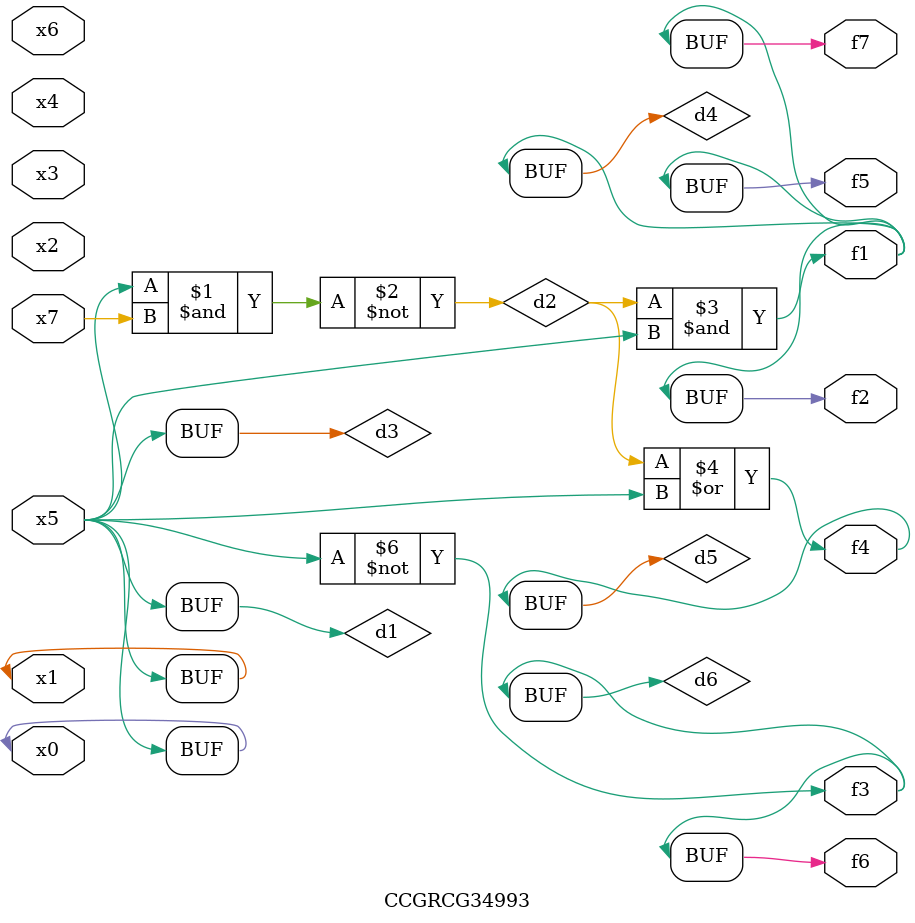
<source format=v>
module CCGRCG34993(
	input x0, x1, x2, x3, x4, x5, x6, x7,
	output f1, f2, f3, f4, f5, f6, f7
);

	wire d1, d2, d3, d4, d5, d6;

	buf (d1, x0, x5);
	nand (d2, x5, x7);
	buf (d3, x0, x1);
	and (d4, d2, d3);
	or (d5, d2, d3);
	nor (d6, d1, d3);
	assign f1 = d4;
	assign f2 = d4;
	assign f3 = d6;
	assign f4 = d5;
	assign f5 = d4;
	assign f6 = d6;
	assign f7 = d4;
endmodule

</source>
